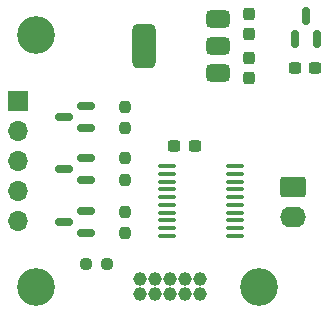
<source format=gbr>
%TF.GenerationSoftware,KiCad,Pcbnew,9.0.0-9.0.0-2~ubuntu24.04.1*%
%TF.CreationDate,2025-03-10T00:00:20+00:00*%
%TF.ProjectId,boondocker-softstart,626f6f6e-646f-4636-9b65-722d736f6674,rev?*%
%TF.SameCoordinates,Original*%
%TF.FileFunction,Soldermask,Top*%
%TF.FilePolarity,Negative*%
%FSLAX46Y46*%
G04 Gerber Fmt 4.6, Leading zero omitted, Abs format (unit mm)*
G04 Created by KiCad (PCBNEW 9.0.0-9.0.0-2~ubuntu24.04.1) date 2025-03-10 00:00:20*
%MOMM*%
%LPD*%
G01*
G04 APERTURE LIST*
G04 Aperture macros list*
%AMRoundRect*
0 Rectangle with rounded corners*
0 $1 Rounding radius*
0 $2 $3 $4 $5 $6 $7 $8 $9 X,Y pos of 4 corners*
0 Add a 4 corners polygon primitive as box body*
4,1,4,$2,$3,$4,$5,$6,$7,$8,$9,$2,$3,0*
0 Add four circle primitives for the rounded corners*
1,1,$1+$1,$2,$3*
1,1,$1+$1,$4,$5*
1,1,$1+$1,$6,$7*
1,1,$1+$1,$8,$9*
0 Add four rect primitives between the rounded corners*
20,1,$1+$1,$2,$3,$4,$5,0*
20,1,$1+$1,$4,$5,$6,$7,0*
20,1,$1+$1,$6,$7,$8,$9,0*
20,1,$1+$1,$8,$9,$2,$3,0*%
G04 Aperture macros list end*
%ADD10O,2.190000X1.740000*%
%ADD11RoundRect,0.250000X-0.845000X0.620000X-0.845000X-0.620000X0.845000X-0.620000X0.845000X0.620000X0*%
%ADD12RoundRect,0.237500X-0.250000X-0.237500X0.250000X-0.237500X0.250000X0.237500X-0.250000X0.237500X0*%
%ADD13RoundRect,0.237500X0.300000X0.237500X-0.300000X0.237500X-0.300000X-0.237500X0.300000X-0.237500X0*%
%ADD14R,1.700000X1.700000*%
%ADD15O,1.700000X1.700000*%
%ADD16RoundRect,0.237500X-0.237500X0.300000X-0.237500X-0.300000X0.237500X-0.300000X0.237500X0.300000X0*%
%ADD17RoundRect,0.150000X0.587500X0.150000X-0.587500X0.150000X-0.587500X-0.150000X0.587500X-0.150000X0*%
%ADD18C,3.200000*%
%ADD19RoundRect,0.100000X-0.637500X-0.100000X0.637500X-0.100000X0.637500X0.100000X-0.637500X0.100000X0*%
%ADD20C,1.150000*%
%ADD21RoundRect,0.237500X-0.237500X0.250000X-0.237500X-0.250000X0.237500X-0.250000X0.237500X0.250000X0*%
%ADD22RoundRect,0.237500X0.237500X-0.300000X0.237500X0.300000X-0.237500X0.300000X-0.237500X-0.300000X0*%
%ADD23RoundRect,0.375000X0.625000X0.375000X-0.625000X0.375000X-0.625000X-0.375000X0.625000X-0.375000X0*%
%ADD24RoundRect,0.500000X0.500000X1.400000X-0.500000X1.400000X-0.500000X-1.400000X0.500000X-1.400000X0*%
%ADD25RoundRect,0.150000X0.150000X-0.587500X0.150000X0.587500X-0.150000X0.587500X-0.150000X-0.587500X0*%
G04 APERTURE END LIST*
D10*
%TO.C,J2*%
X104930000Y-94220000D03*
D11*
X104930000Y-91680000D03*
%TD*%
D12*
%TO.C,R1*%
X87337500Y-98200000D03*
X89162500Y-98200000D03*
%TD*%
D13*
%TO.C,C4*%
X106750000Y-81650000D03*
X105025000Y-81650000D03*
%TD*%
D14*
%TO.C,J3*%
X81600000Y-84440000D03*
D15*
X81600000Y-86980000D03*
X81600000Y-89520000D03*
X81600000Y-92060000D03*
X81600000Y-94600000D03*
%TD*%
D16*
%TO.C,C2*%
X101200000Y-77050000D03*
X101200000Y-78775000D03*
%TD*%
D17*
%TO.C,Q2*%
X87350000Y-91100000D03*
X87350000Y-89200000D03*
X85475000Y-90150000D03*
%TD*%
D18*
%TO.C,H4*%
X102050000Y-100127639D03*
%TD*%
D17*
%TO.C,Q1*%
X87350000Y-86700000D03*
X87350000Y-84800000D03*
X85475000Y-85750000D03*
%TD*%
D19*
%TO.C,U1*%
X94250000Y-89950000D03*
X94250000Y-90600000D03*
X94250000Y-91250000D03*
X94250000Y-91900000D03*
X94250000Y-92550000D03*
X94250000Y-93200000D03*
X94250000Y-93850000D03*
X94250000Y-94500000D03*
X94250000Y-95150000D03*
X94250000Y-95800000D03*
X99975000Y-95800000D03*
X99975000Y-95150000D03*
X99975000Y-94500000D03*
X99975000Y-93850000D03*
X99975000Y-93200000D03*
X99975000Y-92550000D03*
X99975000Y-91900000D03*
X99975000Y-91250000D03*
X99975000Y-90600000D03*
X99975000Y-89950000D03*
%TD*%
D20*
%TO.C,J1*%
X91930000Y-100750000D03*
X91930000Y-99480000D03*
X93200000Y-100750000D03*
X93200000Y-99480000D03*
X94470000Y-100750000D03*
X94470000Y-99480000D03*
X95740000Y-100750000D03*
X95740000Y-99480000D03*
X97010000Y-100750000D03*
X97010000Y-99480000D03*
%TD*%
D21*
%TO.C,R4*%
X90650000Y-93775000D03*
X90650000Y-95600000D03*
%TD*%
D22*
%TO.C,C1*%
X101200000Y-82475000D03*
X101200000Y-80750000D03*
%TD*%
D18*
%TO.C,H1*%
X83150000Y-78850000D03*
%TD*%
D23*
%TO.C,U4*%
X98550000Y-82050000D03*
X98550000Y-79750000D03*
D24*
X92250000Y-79750000D03*
D23*
X98550000Y-77450000D03*
%TD*%
D17*
%TO.C,Q3*%
X87350000Y-95600000D03*
X87350000Y-93700000D03*
X85475000Y-94650000D03*
%TD*%
D25*
%TO.C,U3*%
X105050000Y-79125000D03*
X106950000Y-79125000D03*
X106000000Y-77250000D03*
%TD*%
D18*
%TO.C,H2*%
X83150000Y-100127639D03*
%TD*%
D13*
%TO.C,C3*%
X96575000Y-88250000D03*
X94850000Y-88250000D03*
%TD*%
D21*
%TO.C,R3*%
X90650000Y-89275000D03*
X90650000Y-91100000D03*
%TD*%
%TO.C,R2*%
X90650000Y-84875000D03*
X90650000Y-86700000D03*
%TD*%
M02*

</source>
